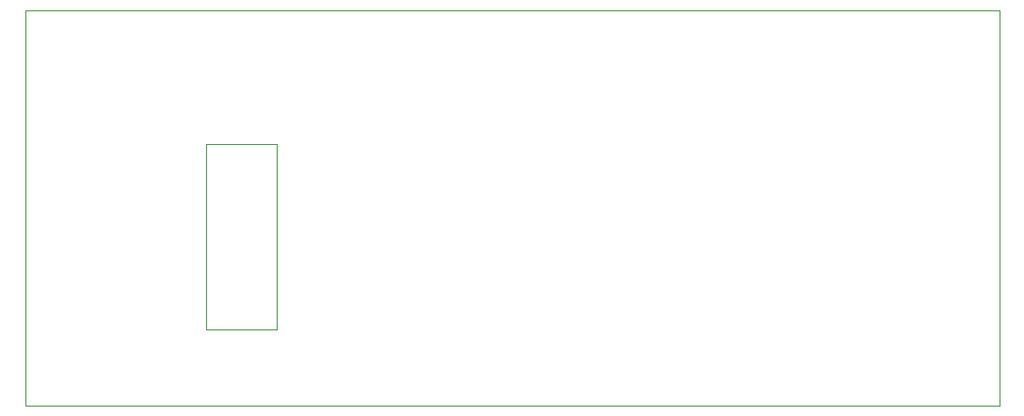
<source format=gm1>
G04 #@! TF.GenerationSoftware,KiCad,Pcbnew,(5.1.12)-1*
G04 #@! TF.CreationDate,2022-06-29T22:30:10+05:00*
G04 #@! TF.ProjectId,YNXT-WM01,594e5854-2d57-44d3-9031-2e6b69636164,rev?*
G04 #@! TF.SameCoordinates,Original*
G04 #@! TF.FileFunction,Profile,NP*
%FSLAX46Y46*%
G04 Gerber Fmt 4.6, Leading zero omitted, Abs format (unit mm)*
G04 Created by KiCad (PCBNEW (5.1.12)-1) date 2022-06-29 22:30:10*
%MOMM*%
%LPD*%
G01*
G04 APERTURE LIST*
G04 #@! TA.AperFunction,Profile*
%ADD10C,0.100000*%
G04 #@! TD*
G04 APERTURE END LIST*
D10*
X111506000Y-104013000D02*
X111506000Y-120650000D01*
X105156000Y-104013000D02*
X111506000Y-104013000D01*
X105156000Y-120650000D02*
X105156000Y-104013000D01*
X111506000Y-120650000D02*
X105156000Y-120650000D01*
X176530000Y-91948000D02*
X176530000Y-127508000D01*
X88900000Y-91948000D02*
X176530000Y-91948000D01*
X88900000Y-127508000D02*
X88900000Y-91948000D01*
X176530000Y-127508000D02*
X88900000Y-127508000D01*
M02*

</source>
